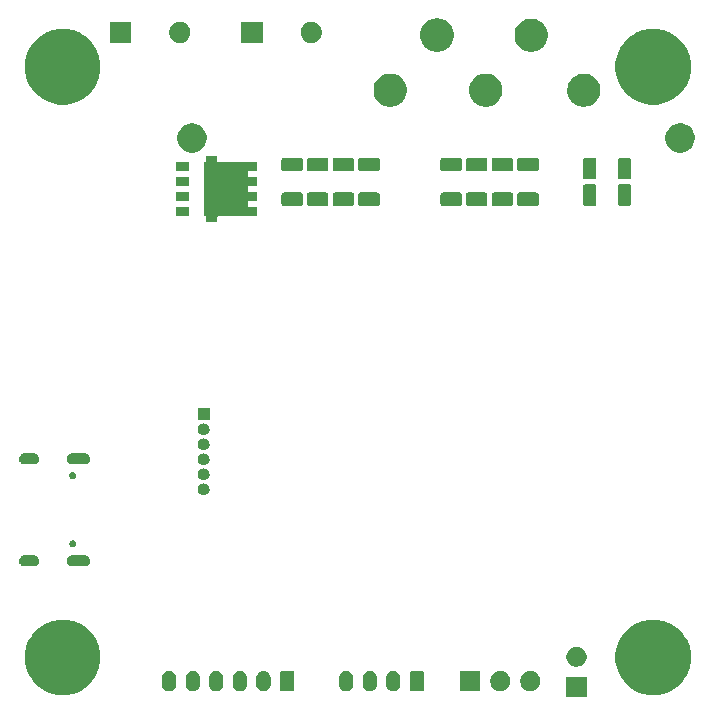
<source format=gbr>
%TF.GenerationSoftware,KiCad,Pcbnew,(5.1.6)-1*%
%TF.CreationDate,2022-04-30T17:47:53+08:00*%
%TF.ProjectId,simple_bldc,73696d70-6c65-45f6-926c-64632e6b6963,1*%
%TF.SameCoordinates,PX6979f40PYa1135a0*%
%TF.FileFunction,Soldermask,Bot*%
%TF.FilePolarity,Negative*%
%FSLAX46Y46*%
G04 Gerber Fmt 4.6, Leading zero omitted, Abs format (unit mm)*
G04 Created by KiCad (PCBNEW (5.1.6)-1) date 2022-04-30 17:47:53*
%MOMM*%
%LPD*%
G01*
G04 APERTURE LIST*
%ADD10C,0.350000*%
G04 APERTURE END LIST*
D10*
G36*
X49350000Y1650000D02*
G01*
X47650000Y1650000D01*
X47650000Y3350000D01*
X49350000Y3350000D01*
X49350000Y1650000D01*
G37*
G36*
X55933404Y8077026D02*
G01*
X56515767Y7835804D01*
X56515768Y7835803D01*
X57039881Y7485602D01*
X57485602Y7039881D01*
X57636710Y6813732D01*
X57835804Y6515767D01*
X58077026Y5933404D01*
X58200000Y5315174D01*
X58200000Y4684826D01*
X58077026Y4066596D01*
X57835804Y3484233D01*
X57719599Y3310321D01*
X57485602Y2960119D01*
X57039881Y2514398D01*
X56758263Y2326227D01*
X56515767Y2164196D01*
X55933404Y1922974D01*
X55315174Y1800000D01*
X54684826Y1800000D01*
X54066596Y1922974D01*
X53484233Y2164196D01*
X53241737Y2326227D01*
X52960119Y2514398D01*
X52514398Y2960119D01*
X52280401Y3310321D01*
X52164196Y3484233D01*
X51922974Y4066596D01*
X51800000Y4684826D01*
X51800000Y5315174D01*
X51922974Y5933404D01*
X52164196Y6515767D01*
X52363290Y6813732D01*
X52514398Y7039881D01*
X52960119Y7485602D01*
X53484232Y7835803D01*
X53484233Y7835804D01*
X54066596Y8077026D01*
X54684826Y8200000D01*
X55315174Y8200000D01*
X55933404Y8077026D01*
G37*
G36*
X5933404Y8077026D02*
G01*
X6515767Y7835804D01*
X6515768Y7835803D01*
X7039881Y7485602D01*
X7485602Y7039881D01*
X7636710Y6813732D01*
X7835804Y6515767D01*
X8077026Y5933404D01*
X8200000Y5315174D01*
X8200000Y4684826D01*
X8077026Y4066596D01*
X7835804Y3484233D01*
X7719599Y3310321D01*
X7485602Y2960119D01*
X7039881Y2514398D01*
X6758263Y2326227D01*
X6515767Y2164196D01*
X5933404Y1922974D01*
X5315174Y1800000D01*
X4684826Y1800000D01*
X4066596Y1922974D01*
X3484233Y2164196D01*
X3241737Y2326227D01*
X2960119Y2514398D01*
X2514398Y2960119D01*
X2280401Y3310321D01*
X2164196Y3484233D01*
X1922974Y4066596D01*
X1800000Y4684826D01*
X1800000Y5315174D01*
X1922974Y5933404D01*
X2164196Y6515767D01*
X2363290Y6813732D01*
X2514398Y7039881D01*
X2960119Y7485602D01*
X3484232Y7835803D01*
X3484233Y7835804D01*
X4066596Y8077026D01*
X4684826Y8200000D01*
X5315174Y8200000D01*
X5933404Y8077026D01*
G37*
G36*
X29117621Y3866318D02*
G01*
X29230721Y3832010D01*
X29334955Y3776296D01*
X29426317Y3701317D01*
X29501296Y3609955D01*
X29557010Y3505721D01*
X29591318Y3392621D01*
X29600000Y3304474D01*
X29600000Y2695526D01*
X29591318Y2607379D01*
X29557010Y2494279D01*
X29501296Y2390045D01*
X29426317Y2298683D01*
X29334954Y2223704D01*
X29230720Y2167990D01*
X29117620Y2133682D01*
X29000000Y2122097D01*
X28882379Y2133682D01*
X28769279Y2167990D01*
X28665045Y2223704D01*
X28573683Y2298683D01*
X28498704Y2390046D01*
X28442990Y2494280D01*
X28408682Y2607380D01*
X28400000Y2695527D01*
X28400000Y3304474D01*
X28408682Y3392621D01*
X28442990Y3505721D01*
X28498705Y3609955D01*
X28573684Y3701317D01*
X28665046Y3776296D01*
X28769280Y3832010D01*
X28882380Y3866318D01*
X29000000Y3877903D01*
X29117621Y3866318D01*
G37*
G36*
X31117621Y3866318D02*
G01*
X31230721Y3832010D01*
X31334955Y3776296D01*
X31426317Y3701317D01*
X31501296Y3609955D01*
X31557010Y3505721D01*
X31591318Y3392621D01*
X31600000Y3304474D01*
X31600000Y2695526D01*
X31591318Y2607379D01*
X31557010Y2494279D01*
X31501296Y2390045D01*
X31426317Y2298683D01*
X31334954Y2223704D01*
X31230720Y2167990D01*
X31117620Y2133682D01*
X31000000Y2122097D01*
X30882379Y2133682D01*
X30769279Y2167990D01*
X30665045Y2223704D01*
X30573683Y2298683D01*
X30498704Y2390046D01*
X30442990Y2494280D01*
X30408682Y2607380D01*
X30400000Y2695527D01*
X30400000Y3304474D01*
X30408682Y3392621D01*
X30442990Y3505721D01*
X30498705Y3609955D01*
X30573684Y3701317D01*
X30665046Y3776296D01*
X30769280Y3832010D01*
X30882380Y3866318D01*
X31000000Y3877903D01*
X31117621Y3866318D01*
G37*
G36*
X33117621Y3866318D02*
G01*
X33230721Y3832010D01*
X33334955Y3776296D01*
X33426317Y3701317D01*
X33501296Y3609955D01*
X33557010Y3505721D01*
X33591318Y3392621D01*
X33600000Y3304474D01*
X33600000Y2695526D01*
X33591318Y2607379D01*
X33557010Y2494279D01*
X33501296Y2390045D01*
X33426317Y2298683D01*
X33334954Y2223704D01*
X33230720Y2167990D01*
X33117620Y2133682D01*
X33000000Y2122097D01*
X32882379Y2133682D01*
X32769279Y2167990D01*
X32665045Y2223704D01*
X32573683Y2298683D01*
X32498704Y2390046D01*
X32442990Y2494280D01*
X32408682Y2607380D01*
X32400000Y2695527D01*
X32400000Y3304474D01*
X32408682Y3392621D01*
X32442990Y3505721D01*
X32498705Y3609955D01*
X32573684Y3701317D01*
X32665046Y3776296D01*
X32769280Y3832010D01*
X32882380Y3866318D01*
X33000000Y3877903D01*
X33117621Y3866318D01*
G37*
G36*
X22117621Y3866318D02*
G01*
X22230721Y3832010D01*
X22334955Y3776296D01*
X22426317Y3701317D01*
X22501296Y3609955D01*
X22557010Y3505721D01*
X22591318Y3392621D01*
X22600000Y3304474D01*
X22600000Y2695526D01*
X22591318Y2607379D01*
X22557010Y2494279D01*
X22501296Y2390045D01*
X22426317Y2298683D01*
X22334954Y2223704D01*
X22230720Y2167990D01*
X22117620Y2133682D01*
X22000000Y2122097D01*
X21882379Y2133682D01*
X21769279Y2167990D01*
X21665045Y2223704D01*
X21573683Y2298683D01*
X21498704Y2390046D01*
X21442990Y2494280D01*
X21408682Y2607380D01*
X21400000Y2695527D01*
X21400000Y3304474D01*
X21408682Y3392621D01*
X21442990Y3505721D01*
X21498705Y3609955D01*
X21573684Y3701317D01*
X21665046Y3776296D01*
X21769280Y3832010D01*
X21882380Y3866318D01*
X22000000Y3877903D01*
X22117621Y3866318D01*
G37*
G36*
X14117621Y3866318D02*
G01*
X14230721Y3832010D01*
X14334955Y3776296D01*
X14426317Y3701317D01*
X14501296Y3609955D01*
X14557010Y3505721D01*
X14591318Y3392621D01*
X14600000Y3304474D01*
X14600000Y2695526D01*
X14591318Y2607379D01*
X14557010Y2494279D01*
X14501296Y2390045D01*
X14426317Y2298683D01*
X14334954Y2223704D01*
X14230720Y2167990D01*
X14117620Y2133682D01*
X14000000Y2122097D01*
X13882379Y2133682D01*
X13769279Y2167990D01*
X13665045Y2223704D01*
X13573683Y2298683D01*
X13498704Y2390046D01*
X13442990Y2494280D01*
X13408682Y2607380D01*
X13400000Y2695527D01*
X13400000Y3304474D01*
X13408682Y3392621D01*
X13442990Y3505721D01*
X13498705Y3609955D01*
X13573684Y3701317D01*
X13665046Y3776296D01*
X13769280Y3832010D01*
X13882380Y3866318D01*
X14000000Y3877903D01*
X14117621Y3866318D01*
G37*
G36*
X16117621Y3866318D02*
G01*
X16230721Y3832010D01*
X16334955Y3776296D01*
X16426317Y3701317D01*
X16501296Y3609955D01*
X16557010Y3505721D01*
X16591318Y3392621D01*
X16600000Y3304474D01*
X16600000Y2695526D01*
X16591318Y2607379D01*
X16557010Y2494279D01*
X16501296Y2390045D01*
X16426317Y2298683D01*
X16334954Y2223704D01*
X16230720Y2167990D01*
X16117620Y2133682D01*
X16000000Y2122097D01*
X15882379Y2133682D01*
X15769279Y2167990D01*
X15665045Y2223704D01*
X15573683Y2298683D01*
X15498704Y2390046D01*
X15442990Y2494280D01*
X15408682Y2607380D01*
X15400000Y2695527D01*
X15400000Y3304474D01*
X15408682Y3392621D01*
X15442990Y3505721D01*
X15498705Y3609955D01*
X15573684Y3701317D01*
X15665046Y3776296D01*
X15769280Y3832010D01*
X15882380Y3866318D01*
X16000000Y3877903D01*
X16117621Y3866318D01*
G37*
G36*
X18117621Y3866318D02*
G01*
X18230721Y3832010D01*
X18334955Y3776296D01*
X18426317Y3701317D01*
X18501296Y3609955D01*
X18557010Y3505721D01*
X18591318Y3392621D01*
X18600000Y3304474D01*
X18600000Y2695526D01*
X18591318Y2607379D01*
X18557010Y2494279D01*
X18501296Y2390045D01*
X18426317Y2298683D01*
X18334954Y2223704D01*
X18230720Y2167990D01*
X18117620Y2133682D01*
X18000000Y2122097D01*
X17882379Y2133682D01*
X17769279Y2167990D01*
X17665045Y2223704D01*
X17573683Y2298683D01*
X17498704Y2390046D01*
X17442990Y2494280D01*
X17408682Y2607380D01*
X17400000Y2695527D01*
X17400000Y3304474D01*
X17408682Y3392621D01*
X17442990Y3505721D01*
X17498705Y3609955D01*
X17573684Y3701317D01*
X17665046Y3776296D01*
X17769280Y3832010D01*
X17882380Y3866318D01*
X18000000Y3877903D01*
X18117621Y3866318D01*
G37*
G36*
X20117621Y3866318D02*
G01*
X20230721Y3832010D01*
X20334955Y3776296D01*
X20426317Y3701317D01*
X20501296Y3609955D01*
X20557010Y3505721D01*
X20591318Y3392621D01*
X20600000Y3304474D01*
X20600000Y2695526D01*
X20591318Y2607379D01*
X20557010Y2494279D01*
X20501296Y2390045D01*
X20426317Y2298683D01*
X20334954Y2223704D01*
X20230720Y2167990D01*
X20117620Y2133682D01*
X20000000Y2122097D01*
X19882379Y2133682D01*
X19769279Y2167990D01*
X19665045Y2223704D01*
X19573683Y2298683D01*
X19498704Y2390046D01*
X19442990Y2494280D01*
X19408682Y2607380D01*
X19400000Y2695527D01*
X19400000Y3304474D01*
X19408682Y3392621D01*
X19442990Y3505721D01*
X19498705Y3609955D01*
X19573684Y3701317D01*
X19665046Y3776296D01*
X19769280Y3832010D01*
X19882380Y3866318D01*
X20000000Y3877903D01*
X20117621Y3866318D01*
G37*
G36*
X24457346Y3871005D02*
G01*
X24490451Y3860962D01*
X24520964Y3844653D01*
X24547706Y3822706D01*
X24569653Y3795964D01*
X24585962Y3765451D01*
X24596005Y3732346D01*
X24600000Y3691780D01*
X24600000Y2308220D01*
X24596005Y2267654D01*
X24585962Y2234549D01*
X24569653Y2204036D01*
X24547706Y2177294D01*
X24520964Y2155347D01*
X24490451Y2139038D01*
X24457346Y2128995D01*
X24416780Y2125000D01*
X23583220Y2125000D01*
X23542654Y2128995D01*
X23509549Y2139038D01*
X23479036Y2155347D01*
X23452294Y2177294D01*
X23430347Y2204036D01*
X23414038Y2234549D01*
X23403995Y2267654D01*
X23400000Y2308220D01*
X23400000Y3691780D01*
X23403995Y3732346D01*
X23414038Y3765451D01*
X23430347Y3795964D01*
X23452294Y3822706D01*
X23479036Y3844653D01*
X23509549Y3860962D01*
X23542654Y3871005D01*
X23583220Y3875000D01*
X24416780Y3875000D01*
X24457346Y3871005D01*
G37*
G36*
X35457345Y3871005D02*
G01*
X35490451Y3860962D01*
X35520964Y3844653D01*
X35547706Y3822706D01*
X35569653Y3795964D01*
X35585962Y3765451D01*
X35596005Y3732345D01*
X35600000Y3691779D01*
X35600000Y2308221D01*
X35596005Y2267655D01*
X35585962Y2234549D01*
X35569653Y2204036D01*
X35547706Y2177294D01*
X35520964Y2155347D01*
X35490451Y2139038D01*
X35457345Y2128995D01*
X35416779Y2125000D01*
X34583221Y2125000D01*
X34542655Y2128995D01*
X34509549Y2139038D01*
X34479036Y2155347D01*
X34452294Y2177294D01*
X34430347Y2204036D01*
X34414038Y2234549D01*
X34403995Y2267655D01*
X34400000Y2308221D01*
X34400000Y3691779D01*
X34403995Y3732345D01*
X34414038Y3765451D01*
X34430347Y3795964D01*
X34452294Y3822706D01*
X34479036Y3844653D01*
X34509549Y3860962D01*
X34542655Y3871005D01*
X34583221Y3875000D01*
X35416779Y3875000D01*
X35457345Y3871005D01*
G37*
G36*
X42287935Y3817336D02*
G01*
X42416956Y3763893D01*
X42442626Y3753260D01*
X42581844Y3660238D01*
X42700238Y3541844D01*
X42781905Y3419620D01*
X42793261Y3402624D01*
X42857336Y3247935D01*
X42890000Y3083719D01*
X42890000Y2916281D01*
X42857336Y2752065D01*
X42797405Y2607380D01*
X42793260Y2597374D01*
X42700238Y2458156D01*
X42581844Y2339762D01*
X42442626Y2246740D01*
X42442625Y2246739D01*
X42442624Y2246739D01*
X42287935Y2182664D01*
X42123719Y2150000D01*
X41956281Y2150000D01*
X41792065Y2182664D01*
X41637376Y2246739D01*
X41637375Y2246739D01*
X41637374Y2246740D01*
X41498156Y2339762D01*
X41379762Y2458156D01*
X41286740Y2597374D01*
X41282595Y2607380D01*
X41222664Y2752065D01*
X41190000Y2916281D01*
X41190000Y3083719D01*
X41222664Y3247935D01*
X41286739Y3402624D01*
X41298095Y3419620D01*
X41379762Y3541844D01*
X41498156Y3660238D01*
X41637374Y3753260D01*
X41663044Y3763893D01*
X41792065Y3817336D01*
X41956281Y3850000D01*
X42123719Y3850000D01*
X42287935Y3817336D01*
G37*
G36*
X44827935Y3817336D02*
G01*
X44956956Y3763893D01*
X44982626Y3753260D01*
X45121844Y3660238D01*
X45240238Y3541844D01*
X45321905Y3419620D01*
X45333261Y3402624D01*
X45397336Y3247935D01*
X45430000Y3083719D01*
X45430000Y2916281D01*
X45397336Y2752065D01*
X45337405Y2607380D01*
X45333260Y2597374D01*
X45240238Y2458156D01*
X45121844Y2339762D01*
X44982626Y2246740D01*
X44982625Y2246739D01*
X44982624Y2246739D01*
X44827935Y2182664D01*
X44663719Y2150000D01*
X44496281Y2150000D01*
X44332065Y2182664D01*
X44177376Y2246739D01*
X44177375Y2246739D01*
X44177374Y2246740D01*
X44038156Y2339762D01*
X43919762Y2458156D01*
X43826740Y2597374D01*
X43822595Y2607380D01*
X43762664Y2752065D01*
X43730000Y2916281D01*
X43730000Y3083719D01*
X43762664Y3247935D01*
X43826739Y3402624D01*
X43838095Y3419620D01*
X43919762Y3541844D01*
X44038156Y3660238D01*
X44177374Y3753260D01*
X44203044Y3763893D01*
X44332065Y3817336D01*
X44496281Y3850000D01*
X44663719Y3850000D01*
X44827935Y3817336D01*
G37*
G36*
X40350000Y2150000D02*
G01*
X38650000Y2150000D01*
X38650000Y3850000D01*
X40350000Y3850000D01*
X40350000Y2150000D01*
G37*
G36*
X48747935Y5857336D02*
G01*
X48902624Y5793261D01*
X48902626Y5793260D01*
X49041844Y5700238D01*
X49160238Y5581844D01*
X49253260Y5442626D01*
X49253261Y5442624D01*
X49317336Y5287935D01*
X49350000Y5123719D01*
X49350000Y4956281D01*
X49317336Y4792065D01*
X49256636Y4645525D01*
X49253260Y4637374D01*
X49160238Y4498156D01*
X49041844Y4379762D01*
X48902626Y4286740D01*
X48902625Y4286739D01*
X48902624Y4286739D01*
X48747935Y4222664D01*
X48583719Y4190000D01*
X48416281Y4190000D01*
X48252065Y4222664D01*
X48097376Y4286739D01*
X48097375Y4286739D01*
X48097374Y4286740D01*
X47958156Y4379762D01*
X47839762Y4498156D01*
X47746740Y4637374D01*
X47743364Y4645525D01*
X47682664Y4792065D01*
X47650000Y4956281D01*
X47650000Y5123719D01*
X47682664Y5287935D01*
X47746739Y5442624D01*
X47746740Y5442626D01*
X47839762Y5581844D01*
X47958156Y5700238D01*
X48097374Y5793260D01*
X48097376Y5793261D01*
X48252065Y5857336D01*
X48416281Y5890000D01*
X48583719Y5890000D01*
X48747935Y5857336D01*
G37*
G36*
X2604142Y13627830D02*
G01*
X2648215Y13623489D01*
X2733041Y13597757D01*
X2733043Y13597756D01*
X2811215Y13555972D01*
X2879738Y13499738D01*
X2935971Y13431216D01*
X2977757Y13353041D01*
X3003489Y13268215D01*
X3012177Y13180000D01*
X3003489Y13091785D01*
X2977757Y13006959D01*
X2977756Y13006957D01*
X2935972Y12928785D01*
X2879738Y12860262D01*
X2811215Y12804028D01*
X2733043Y12762244D01*
X2733041Y12762243D01*
X2648215Y12736511D01*
X2604142Y12732170D01*
X2582106Y12730000D01*
X1737894Y12730000D01*
X1715858Y12732170D01*
X1671785Y12736511D01*
X1586959Y12762243D01*
X1586957Y12762244D01*
X1508785Y12804028D01*
X1440262Y12860262D01*
X1384028Y12928785D01*
X1342244Y13006957D01*
X1342243Y13006959D01*
X1316511Y13091785D01*
X1307823Y13180000D01*
X1316511Y13268215D01*
X1342243Y13353041D01*
X1384029Y13431216D01*
X1440262Y13499738D01*
X1508785Y13555972D01*
X1586957Y13597756D01*
X1586959Y13597757D01*
X1671785Y13623489D01*
X1715858Y13627830D01*
X1737894Y13630000D01*
X2582106Y13630000D01*
X2604142Y13627830D01*
G37*
G36*
X6924142Y13627830D02*
G01*
X6968215Y13623489D01*
X7053041Y13597757D01*
X7053043Y13597756D01*
X7131215Y13555972D01*
X7199738Y13499738D01*
X7255971Y13431216D01*
X7297757Y13353041D01*
X7323489Y13268215D01*
X7332177Y13180000D01*
X7323489Y13091785D01*
X7297757Y13006959D01*
X7297756Y13006957D01*
X7255972Y12928785D01*
X7199738Y12860262D01*
X7131215Y12804028D01*
X7053043Y12762244D01*
X7053041Y12762243D01*
X6968215Y12736511D01*
X6924142Y12732170D01*
X6902106Y12730000D01*
X5757894Y12730000D01*
X5735858Y12732170D01*
X5691785Y12736511D01*
X5606959Y12762243D01*
X5606957Y12762244D01*
X5528785Y12804028D01*
X5460262Y12860262D01*
X5404028Y12928785D01*
X5362244Y13006957D01*
X5362243Y13006959D01*
X5336511Y13091785D01*
X5327823Y13180000D01*
X5336511Y13268215D01*
X5362243Y13353041D01*
X5404029Y13431216D01*
X5460262Y13499738D01*
X5528785Y13555972D01*
X5606957Y13597756D01*
X5606959Y13597757D01*
X5691785Y13623489D01*
X5735858Y13627830D01*
X5757894Y13630000D01*
X6902106Y13630000D01*
X6924142Y13627830D01*
G37*
G36*
X5937507Y14898472D02*
G01*
X5992103Y14875857D01*
X6041239Y14843026D01*
X6083026Y14801239D01*
X6115857Y14752103D01*
X6138472Y14697507D01*
X6150000Y14639547D01*
X6150000Y14580453D01*
X6138472Y14522493D01*
X6115857Y14467897D01*
X6083026Y14418761D01*
X6041239Y14376974D01*
X5992103Y14344143D01*
X5937507Y14321528D01*
X5879547Y14310000D01*
X5820453Y14310000D01*
X5762493Y14321528D01*
X5707897Y14344143D01*
X5658761Y14376974D01*
X5616974Y14418761D01*
X5584143Y14467897D01*
X5561528Y14522493D01*
X5550000Y14580453D01*
X5550000Y14639547D01*
X5561528Y14697507D01*
X5584143Y14752103D01*
X5616974Y14801239D01*
X5658761Y14843026D01*
X5707897Y14875857D01*
X5762493Y14898472D01*
X5820453Y14910000D01*
X5879547Y14910000D01*
X5937507Y14898472D01*
G37*
G36*
X17087643Y19708586D02*
G01*
X17087646Y19708585D01*
X17087645Y19708585D01*
X17178639Y19670894D01*
X17219863Y19643349D01*
X17260530Y19616176D01*
X17330176Y19546530D01*
X17384895Y19464637D01*
X17422586Y19373643D01*
X17441800Y19277047D01*
X17441800Y19178553D01*
X17422586Y19081957D01*
X17422585Y19081955D01*
X17384894Y18990961D01*
X17330175Y18909069D01*
X17260531Y18839425D01*
X17178639Y18784706D01*
X17178638Y18784705D01*
X17178637Y18784705D01*
X17087643Y18747014D01*
X16991047Y18727800D01*
X16892553Y18727800D01*
X16795957Y18747014D01*
X16704963Y18784705D01*
X16704962Y18784705D01*
X16704961Y18784706D01*
X16623069Y18839425D01*
X16553425Y18909069D01*
X16498706Y18990961D01*
X16461015Y19081955D01*
X16461014Y19081957D01*
X16441800Y19178553D01*
X16441800Y19277047D01*
X16461014Y19373643D01*
X16498705Y19464637D01*
X16553424Y19546530D01*
X16623070Y19616176D01*
X16663737Y19643349D01*
X16704961Y19670894D01*
X16795955Y19708585D01*
X16795954Y19708585D01*
X16795957Y19708586D01*
X16892553Y19727800D01*
X16991047Y19727800D01*
X17087643Y19708586D01*
G37*
G36*
X17087643Y20978586D02*
G01*
X17087646Y20978585D01*
X17087645Y20978585D01*
X17178639Y20940894D01*
X17219863Y20913349D01*
X17260530Y20886176D01*
X17330176Y20816530D01*
X17384895Y20734637D01*
X17422586Y20643643D01*
X17441800Y20547047D01*
X17441800Y20448553D01*
X17422586Y20351957D01*
X17384895Y20260963D01*
X17330176Y20179070D01*
X17260530Y20109424D01*
X17231460Y20090000D01*
X17178639Y20054706D01*
X17178638Y20054705D01*
X17178637Y20054705D01*
X17087643Y20017014D01*
X16991047Y19997800D01*
X16892553Y19997800D01*
X16795957Y20017014D01*
X16704963Y20054705D01*
X16704962Y20054705D01*
X16704961Y20054706D01*
X16652140Y20090000D01*
X16623070Y20109424D01*
X16553424Y20179070D01*
X16498705Y20260963D01*
X16461014Y20351957D01*
X16441800Y20448553D01*
X16441800Y20547047D01*
X16461014Y20643643D01*
X16498705Y20734637D01*
X16553424Y20816530D01*
X16623070Y20886176D01*
X16663737Y20913349D01*
X16704961Y20940894D01*
X16795955Y20978585D01*
X16795954Y20978585D01*
X16795957Y20978586D01*
X16892553Y20997800D01*
X16991047Y20997800D01*
X17087643Y20978586D01*
G37*
G36*
X5937507Y20678472D02*
G01*
X5992103Y20655857D01*
X6041239Y20623026D01*
X6083026Y20581239D01*
X6115857Y20532103D01*
X6138472Y20477507D01*
X6150000Y20419547D01*
X6150000Y20360453D01*
X6138472Y20302493D01*
X6115857Y20247897D01*
X6083026Y20198761D01*
X6041239Y20156974D01*
X5992103Y20124143D01*
X5937507Y20101528D01*
X5879547Y20090000D01*
X5820453Y20090000D01*
X5762493Y20101528D01*
X5707897Y20124143D01*
X5658761Y20156974D01*
X5616974Y20198761D01*
X5584143Y20247897D01*
X5561528Y20302493D01*
X5550000Y20360453D01*
X5550000Y20419547D01*
X5561528Y20477507D01*
X5584143Y20532103D01*
X5616974Y20581239D01*
X5658761Y20623026D01*
X5707897Y20655857D01*
X5762493Y20678472D01*
X5820453Y20690000D01*
X5879547Y20690000D01*
X5937507Y20678472D01*
G37*
G36*
X17087643Y22248586D02*
G01*
X17178637Y22210895D01*
X17178639Y22210894D01*
X17219863Y22183349D01*
X17260530Y22156176D01*
X17330176Y22086530D01*
X17384895Y22004637D01*
X17422586Y21913643D01*
X17441800Y21817047D01*
X17441800Y21718553D01*
X17422586Y21621957D01*
X17422585Y21621955D01*
X17384894Y21530961D01*
X17330175Y21449069D01*
X17260531Y21379425D01*
X17178639Y21324706D01*
X17178638Y21324705D01*
X17178637Y21324705D01*
X17087643Y21287014D01*
X16991047Y21267800D01*
X16892553Y21267800D01*
X16795957Y21287014D01*
X16704963Y21324705D01*
X16704962Y21324705D01*
X16704961Y21324706D01*
X16623069Y21379425D01*
X16553425Y21449069D01*
X16498706Y21530961D01*
X16461015Y21621955D01*
X16461014Y21621957D01*
X16441800Y21718553D01*
X16441800Y21817047D01*
X16461014Y21913643D01*
X16498705Y22004637D01*
X16553424Y22086530D01*
X16623070Y22156176D01*
X16663737Y22183349D01*
X16704961Y22210894D01*
X16704963Y22210895D01*
X16795957Y22248586D01*
X16892553Y22267800D01*
X16991047Y22267800D01*
X17087643Y22248586D01*
G37*
G36*
X6924142Y22267830D02*
G01*
X6968215Y22263489D01*
X7053041Y22237757D01*
X7053043Y22237756D01*
X7131215Y22195972D01*
X7199738Y22139738D01*
X7255971Y22071216D01*
X7297757Y21993041D01*
X7323489Y21908215D01*
X7332177Y21820000D01*
X7323489Y21731785D01*
X7297757Y21646959D01*
X7297756Y21646957D01*
X7255972Y21568785D01*
X7199738Y21500262D01*
X7131215Y21444028D01*
X7053043Y21402244D01*
X7053041Y21402243D01*
X6968215Y21376511D01*
X6924142Y21372170D01*
X6902106Y21370000D01*
X5757894Y21370000D01*
X5735858Y21372170D01*
X5691785Y21376511D01*
X5606959Y21402243D01*
X5606957Y21402244D01*
X5528785Y21444028D01*
X5460262Y21500262D01*
X5404028Y21568785D01*
X5362244Y21646957D01*
X5362243Y21646959D01*
X5336511Y21731785D01*
X5327823Y21820000D01*
X5336511Y21908215D01*
X5362243Y21993041D01*
X5404029Y22071216D01*
X5460262Y22139738D01*
X5528785Y22195972D01*
X5606957Y22237756D01*
X5606959Y22237757D01*
X5691785Y22263489D01*
X5735858Y22267830D01*
X5757894Y22270000D01*
X6902106Y22270000D01*
X6924142Y22267830D01*
G37*
G36*
X2604142Y22267830D02*
G01*
X2648215Y22263489D01*
X2733041Y22237757D01*
X2733043Y22237756D01*
X2811215Y22195972D01*
X2879738Y22139738D01*
X2935971Y22071216D01*
X2977757Y21993041D01*
X3003489Y21908215D01*
X3012177Y21820000D01*
X3003489Y21731785D01*
X2977757Y21646959D01*
X2977756Y21646957D01*
X2935972Y21568785D01*
X2879738Y21500262D01*
X2811215Y21444028D01*
X2733043Y21402244D01*
X2733041Y21402243D01*
X2648215Y21376511D01*
X2604142Y21372170D01*
X2582106Y21370000D01*
X1737894Y21370000D01*
X1715858Y21372170D01*
X1671785Y21376511D01*
X1586959Y21402243D01*
X1586957Y21402244D01*
X1508785Y21444028D01*
X1440262Y21500262D01*
X1384028Y21568785D01*
X1342244Y21646957D01*
X1342243Y21646959D01*
X1316511Y21731785D01*
X1307823Y21820000D01*
X1316511Y21908215D01*
X1342243Y21993041D01*
X1384029Y22071216D01*
X1440262Y22139738D01*
X1508785Y22195972D01*
X1586957Y22237756D01*
X1586959Y22237757D01*
X1671785Y22263489D01*
X1715858Y22267830D01*
X1737894Y22270000D01*
X2582106Y22270000D01*
X2604142Y22267830D01*
G37*
G36*
X17087643Y23518586D02*
G01*
X17087646Y23518585D01*
X17087645Y23518585D01*
X17178639Y23480894D01*
X17219863Y23453349D01*
X17260530Y23426176D01*
X17330176Y23356530D01*
X17384895Y23274637D01*
X17422586Y23183643D01*
X17441800Y23087047D01*
X17441800Y22988553D01*
X17422586Y22891957D01*
X17422585Y22891955D01*
X17384894Y22800961D01*
X17330175Y22719069D01*
X17260531Y22649425D01*
X17178639Y22594706D01*
X17178638Y22594705D01*
X17178637Y22594705D01*
X17087643Y22557014D01*
X16991047Y22537800D01*
X16892553Y22537800D01*
X16795957Y22557014D01*
X16704963Y22594705D01*
X16704962Y22594705D01*
X16704961Y22594706D01*
X16623069Y22649425D01*
X16553425Y22719069D01*
X16498706Y22800961D01*
X16461015Y22891955D01*
X16461014Y22891957D01*
X16441800Y22988553D01*
X16441800Y23087047D01*
X16461014Y23183643D01*
X16498705Y23274637D01*
X16553424Y23356530D01*
X16623070Y23426176D01*
X16663737Y23453349D01*
X16704961Y23480894D01*
X16795955Y23518585D01*
X16795954Y23518585D01*
X16795957Y23518586D01*
X16892553Y23537800D01*
X16991047Y23537800D01*
X17087643Y23518586D01*
G37*
G36*
X17087643Y24788586D02*
G01*
X17087646Y24788585D01*
X17087645Y24788585D01*
X17178639Y24750894D01*
X17219863Y24723349D01*
X17260530Y24696176D01*
X17330176Y24626530D01*
X17384895Y24544637D01*
X17422586Y24453643D01*
X17441800Y24357047D01*
X17441800Y24258553D01*
X17422586Y24161957D01*
X17422585Y24161955D01*
X17384894Y24070961D01*
X17330175Y23989069D01*
X17260531Y23919425D01*
X17178639Y23864706D01*
X17178638Y23864705D01*
X17178637Y23864705D01*
X17087643Y23827014D01*
X16991047Y23807800D01*
X16892553Y23807800D01*
X16795957Y23827014D01*
X16704963Y23864705D01*
X16704962Y23864705D01*
X16704961Y23864706D01*
X16623069Y23919425D01*
X16553425Y23989069D01*
X16498706Y24070961D01*
X16461015Y24161955D01*
X16461014Y24161957D01*
X16441800Y24258553D01*
X16441800Y24357047D01*
X16461014Y24453643D01*
X16498705Y24544637D01*
X16553424Y24626530D01*
X16623070Y24696176D01*
X16663737Y24723349D01*
X16704961Y24750894D01*
X16795955Y24788585D01*
X16795954Y24788585D01*
X16795957Y24788586D01*
X16892553Y24807800D01*
X16991047Y24807800D01*
X17087643Y24788586D01*
G37*
G36*
X17441800Y25077800D02*
G01*
X16441800Y25077800D01*
X16441800Y26077800D01*
X17441800Y26077800D01*
X17441800Y25077800D01*
G37*
G36*
X18073800Y47032799D02*
G01*
X18076202Y47008413D01*
X18083315Y46984964D01*
X18094866Y46963353D01*
X18110411Y46944411D01*
X18129353Y46928866D01*
X18150964Y46917315D01*
X18174413Y46910202D01*
X18198799Y46907800D01*
X21471300Y46907800D01*
X21471300Y46157800D01*
X20796299Y46157800D01*
X20771913Y46155398D01*
X20748464Y46148285D01*
X20726853Y46136734D01*
X20707911Y46121189D01*
X20692366Y46102247D01*
X20680815Y46080636D01*
X20673702Y46057187D01*
X20671300Y46032801D01*
X20671300Y45762799D01*
X20673702Y45738413D01*
X20680815Y45714964D01*
X20692366Y45693353D01*
X20707911Y45674411D01*
X20726853Y45658866D01*
X20748464Y45647315D01*
X20771913Y45640202D01*
X20796299Y45637800D01*
X21471300Y45637800D01*
X21471300Y44887800D01*
X20796299Y44887800D01*
X20771913Y44885398D01*
X20748464Y44878285D01*
X20726853Y44866734D01*
X20707911Y44851189D01*
X20692366Y44832247D01*
X20680815Y44810636D01*
X20673702Y44787187D01*
X20671300Y44762801D01*
X20671300Y44492799D01*
X20673702Y44468413D01*
X20680815Y44444964D01*
X20692366Y44423353D01*
X20707911Y44404411D01*
X20726853Y44388866D01*
X20748464Y44377315D01*
X20771913Y44370202D01*
X20796299Y44367800D01*
X21471300Y44367800D01*
X21471300Y43617800D01*
X20796299Y43617800D01*
X20771913Y43615398D01*
X20748464Y43608285D01*
X20726853Y43596734D01*
X20707911Y43581189D01*
X20692366Y43562247D01*
X20680815Y43540636D01*
X20673702Y43517187D01*
X20671300Y43492801D01*
X20671300Y43222799D01*
X20673702Y43198413D01*
X20680815Y43174964D01*
X20692366Y43153353D01*
X20707911Y43134411D01*
X20726853Y43118866D01*
X20748464Y43107315D01*
X20771913Y43100202D01*
X20796299Y43097800D01*
X21471300Y43097800D01*
X21471300Y42347800D01*
X18198799Y42347800D01*
X18174413Y42345398D01*
X18150964Y42338285D01*
X18129353Y42326734D01*
X18110411Y42311189D01*
X18094866Y42292247D01*
X18083315Y42270636D01*
X18076202Y42247187D01*
X18073800Y42222801D01*
X18073800Y41847800D01*
X17168800Y41847800D01*
X17168800Y42222801D01*
X17166398Y42247187D01*
X17159285Y42270636D01*
X17147734Y42292247D01*
X17132189Y42311189D01*
X17113247Y42326734D01*
X17091636Y42338285D01*
X17068187Y42345398D01*
X17043801Y42347800D01*
X16971300Y42347800D01*
X16971300Y46907800D01*
X17043801Y46907800D01*
X17068187Y46910202D01*
X17091636Y46917315D01*
X17113247Y46928866D01*
X17132189Y46944411D01*
X17147734Y46963353D01*
X17159285Y46984964D01*
X17166398Y47008413D01*
X17168800Y47032799D01*
X17168800Y47407800D01*
X18073800Y47407800D01*
X18073800Y47032799D01*
G37*
G36*
X15671300Y42347800D02*
G01*
X14571300Y42347800D01*
X14571300Y43097800D01*
X15671300Y43097800D01*
X15671300Y42347800D01*
G37*
G36*
X45146320Y44348761D02*
G01*
X45179855Y44338588D01*
X45210754Y44322072D01*
X45237841Y44299843D01*
X45260070Y44272756D01*
X45276586Y44241857D01*
X45286759Y44208322D01*
X45290798Y44167313D01*
X45290798Y43388287D01*
X45286759Y43347278D01*
X45276586Y43313743D01*
X45260070Y43282844D01*
X45237841Y43255757D01*
X45210754Y43233528D01*
X45179855Y43217012D01*
X45146320Y43206839D01*
X45105311Y43202800D01*
X43676285Y43202800D01*
X43635276Y43206839D01*
X43601741Y43217012D01*
X43570842Y43233528D01*
X43543755Y43255757D01*
X43521526Y43282844D01*
X43505010Y43313743D01*
X43494837Y43347278D01*
X43490798Y43388287D01*
X43490798Y44167313D01*
X43494837Y44208322D01*
X43505010Y44241857D01*
X43521526Y44272756D01*
X43543755Y44299843D01*
X43570842Y44322072D01*
X43601741Y44338588D01*
X43635276Y44348761D01*
X43676285Y44352800D01*
X45105311Y44352800D01*
X45146320Y44348761D01*
G37*
G36*
X40811388Y44348761D02*
G01*
X40844923Y44338588D01*
X40875822Y44322072D01*
X40902909Y44299843D01*
X40925138Y44272756D01*
X40941654Y44241857D01*
X40951827Y44208322D01*
X40955866Y44167313D01*
X40955866Y43388287D01*
X40951827Y43347278D01*
X40941654Y43313743D01*
X40925138Y43282844D01*
X40902909Y43255757D01*
X40875822Y43233528D01*
X40844923Y43217012D01*
X40811388Y43206839D01*
X40770379Y43202800D01*
X39341353Y43202800D01*
X39300344Y43206839D01*
X39266809Y43217012D01*
X39235910Y43233528D01*
X39208823Y43255757D01*
X39186594Y43282844D01*
X39170078Y43313743D01*
X39159905Y43347278D01*
X39155866Y43388287D01*
X39155866Y44167313D01*
X39159905Y44208322D01*
X39170078Y44241857D01*
X39186594Y44272756D01*
X39208823Y44299843D01*
X39235910Y44322072D01*
X39266809Y44338588D01*
X39300344Y44348761D01*
X39341353Y44352800D01*
X40770379Y44352800D01*
X40811388Y44348761D01*
G37*
G36*
X25181922Y44348761D02*
G01*
X25215457Y44338588D01*
X25246356Y44322072D01*
X25273443Y44299843D01*
X25295672Y44272756D01*
X25312188Y44241857D01*
X25322361Y44208322D01*
X25326400Y44167313D01*
X25326400Y43388287D01*
X25322361Y43347278D01*
X25312188Y43313743D01*
X25295672Y43282844D01*
X25273443Y43255757D01*
X25246356Y43233528D01*
X25215457Y43217012D01*
X25181922Y43206839D01*
X25140913Y43202800D01*
X23711887Y43202800D01*
X23670878Y43206839D01*
X23637343Y43217012D01*
X23606444Y43233528D01*
X23579357Y43255757D01*
X23557128Y43282844D01*
X23540612Y43313743D01*
X23530439Y43347278D01*
X23526400Y43388287D01*
X23526400Y44167313D01*
X23530439Y44208322D01*
X23540612Y44241857D01*
X23557128Y44272756D01*
X23579357Y44299843D01*
X23606444Y44322072D01*
X23637343Y44338588D01*
X23670878Y44348761D01*
X23711887Y44352800D01*
X25140913Y44352800D01*
X25181922Y44348761D01*
G37*
G36*
X38643922Y44348761D02*
G01*
X38677457Y44338588D01*
X38708356Y44322072D01*
X38735443Y44299843D01*
X38757672Y44272756D01*
X38774188Y44241857D01*
X38784361Y44208322D01*
X38788400Y44167313D01*
X38788400Y43388287D01*
X38784361Y43347278D01*
X38774188Y43313743D01*
X38757672Y43282844D01*
X38735443Y43255757D01*
X38708356Y43233528D01*
X38677457Y43217012D01*
X38643922Y43206839D01*
X38602913Y43202800D01*
X37173887Y43202800D01*
X37132878Y43206839D01*
X37099343Y43217012D01*
X37068444Y43233528D01*
X37041357Y43255757D01*
X37019128Y43282844D01*
X37002612Y43313743D01*
X36992439Y43347278D01*
X36988400Y43388287D01*
X36988400Y44167313D01*
X36992439Y44208322D01*
X37002612Y44241857D01*
X37019128Y44272756D01*
X37041357Y44299843D01*
X37068444Y44322072D01*
X37099343Y44338588D01*
X37132878Y44348761D01*
X37173887Y44352800D01*
X38602913Y44352800D01*
X38643922Y44348761D01*
G37*
G36*
X42978854Y44348761D02*
G01*
X43012389Y44338588D01*
X43043288Y44322072D01*
X43070375Y44299843D01*
X43092604Y44272756D01*
X43109120Y44241857D01*
X43119293Y44208322D01*
X43123332Y44167313D01*
X43123332Y43388287D01*
X43119293Y43347278D01*
X43109120Y43313743D01*
X43092604Y43282844D01*
X43070375Y43255757D01*
X43043288Y43233528D01*
X43012389Y43217012D01*
X42978854Y43206839D01*
X42937845Y43202800D01*
X41508819Y43202800D01*
X41467810Y43206839D01*
X41434275Y43217012D01*
X41403376Y43233528D01*
X41376289Y43255757D01*
X41354060Y43282844D01*
X41337544Y43313743D01*
X41327371Y43347278D01*
X41323332Y43388287D01*
X41323332Y44167313D01*
X41327371Y44208322D01*
X41337544Y44241857D01*
X41354060Y44272756D01*
X41376289Y44299843D01*
X41403376Y44322072D01*
X41434275Y44338588D01*
X41467810Y44348761D01*
X41508819Y44352800D01*
X42937845Y44352800D01*
X42978854Y44348761D01*
G37*
G36*
X27349388Y44348761D02*
G01*
X27382923Y44338588D01*
X27413822Y44322072D01*
X27440909Y44299843D01*
X27463138Y44272756D01*
X27479654Y44241857D01*
X27489827Y44208322D01*
X27493866Y44167313D01*
X27493866Y43388287D01*
X27489827Y43347278D01*
X27479654Y43313743D01*
X27463138Y43282844D01*
X27440909Y43255757D01*
X27413822Y43233528D01*
X27382923Y43217012D01*
X27349388Y43206839D01*
X27308379Y43202800D01*
X25879353Y43202800D01*
X25838344Y43206839D01*
X25804809Y43217012D01*
X25773910Y43233528D01*
X25746823Y43255757D01*
X25724594Y43282844D01*
X25708078Y43313743D01*
X25697905Y43347278D01*
X25693866Y43388287D01*
X25693866Y44167313D01*
X25697905Y44208322D01*
X25708078Y44241857D01*
X25724594Y44272756D01*
X25746823Y44299843D01*
X25773910Y44322072D01*
X25804809Y44338588D01*
X25838344Y44348761D01*
X25879353Y44352800D01*
X27308379Y44352800D01*
X27349388Y44348761D01*
G37*
G36*
X31684320Y44348761D02*
G01*
X31717855Y44338588D01*
X31748754Y44322072D01*
X31775841Y44299843D01*
X31798070Y44272756D01*
X31814586Y44241857D01*
X31824759Y44208322D01*
X31828798Y44167313D01*
X31828798Y43388287D01*
X31824759Y43347278D01*
X31814586Y43313743D01*
X31798070Y43282844D01*
X31775841Y43255757D01*
X31748754Y43233528D01*
X31717855Y43217012D01*
X31684320Y43206839D01*
X31643311Y43202800D01*
X30214285Y43202800D01*
X30173276Y43206839D01*
X30139741Y43217012D01*
X30108842Y43233528D01*
X30081755Y43255757D01*
X30059526Y43282844D01*
X30043010Y43313743D01*
X30032837Y43347278D01*
X30028798Y43388287D01*
X30028798Y44167313D01*
X30032837Y44208322D01*
X30043010Y44241857D01*
X30059526Y44272756D01*
X30081755Y44299843D01*
X30108842Y44322072D01*
X30139741Y44338588D01*
X30173276Y44348761D01*
X30214285Y44352800D01*
X31643311Y44352800D01*
X31684320Y44348761D01*
G37*
G36*
X29516854Y44348761D02*
G01*
X29550389Y44338588D01*
X29581288Y44322072D01*
X29608375Y44299843D01*
X29630604Y44272756D01*
X29647120Y44241857D01*
X29657293Y44208322D01*
X29661332Y44167313D01*
X29661332Y43388287D01*
X29657293Y43347278D01*
X29647120Y43313743D01*
X29630604Y43282844D01*
X29608375Y43255757D01*
X29581288Y43233528D01*
X29550389Y43217012D01*
X29516854Y43206839D01*
X29475845Y43202800D01*
X28046819Y43202800D01*
X28005810Y43206839D01*
X27972275Y43217012D01*
X27941376Y43233528D01*
X27914289Y43255757D01*
X27892060Y43282844D01*
X27875544Y43313743D01*
X27865371Y43347278D01*
X27861332Y43388287D01*
X27861332Y44167313D01*
X27865371Y44208322D01*
X27875544Y44241857D01*
X27892060Y44272756D01*
X27914289Y44299843D01*
X27941376Y44322072D01*
X27972275Y44338588D01*
X28005810Y44348761D01*
X28046819Y44352800D01*
X29475845Y44352800D01*
X29516854Y44348761D01*
G37*
G36*
X50051922Y45031161D02*
G01*
X50085457Y45020988D01*
X50116356Y45004472D01*
X50143443Y44982243D01*
X50165672Y44955156D01*
X50182188Y44924257D01*
X50192361Y44890722D01*
X50196400Y44849713D01*
X50196400Y43420687D01*
X50192361Y43379678D01*
X50182188Y43346143D01*
X50165672Y43315244D01*
X50143443Y43288157D01*
X50116356Y43265928D01*
X50085457Y43249412D01*
X50051922Y43239239D01*
X50010913Y43235200D01*
X49231887Y43235200D01*
X49190878Y43239239D01*
X49157343Y43249412D01*
X49126444Y43265928D01*
X49099357Y43288157D01*
X49077128Y43315244D01*
X49060612Y43346143D01*
X49050439Y43379678D01*
X49046400Y43420687D01*
X49046400Y44849713D01*
X49050439Y44890722D01*
X49060612Y44924257D01*
X49077128Y44955156D01*
X49099357Y44982243D01*
X49126444Y45004472D01*
X49157343Y45020988D01*
X49190878Y45031161D01*
X49231887Y45035200D01*
X50010913Y45035200D01*
X50051922Y45031161D01*
G37*
G36*
X53001922Y45031161D02*
G01*
X53035457Y45020988D01*
X53066356Y45004472D01*
X53093443Y44982243D01*
X53115672Y44955156D01*
X53132188Y44924257D01*
X53142361Y44890722D01*
X53146400Y44849713D01*
X53146400Y43420687D01*
X53142361Y43379678D01*
X53132188Y43346143D01*
X53115672Y43315244D01*
X53093443Y43288157D01*
X53066356Y43265928D01*
X53035457Y43249412D01*
X53001922Y43239239D01*
X52960913Y43235200D01*
X52181887Y43235200D01*
X52140878Y43239239D01*
X52107343Y43249412D01*
X52076444Y43265928D01*
X52049357Y43288157D01*
X52027128Y43315244D01*
X52010612Y43346143D01*
X52000439Y43379678D01*
X51996400Y43420687D01*
X51996400Y44849713D01*
X52000439Y44890722D01*
X52010612Y44924257D01*
X52027128Y44955156D01*
X52049357Y44982243D01*
X52076444Y45004472D01*
X52107343Y45020988D01*
X52140878Y45031161D01*
X52181887Y45035200D01*
X52960913Y45035200D01*
X53001922Y45031161D01*
G37*
G36*
X15671300Y43617800D02*
G01*
X14571300Y43617800D01*
X14571300Y44367800D01*
X15671300Y44367800D01*
X15671300Y43617800D01*
G37*
G36*
X15671300Y44887800D02*
G01*
X14571300Y44887800D01*
X14571300Y45637800D01*
X15671300Y45637800D01*
X15671300Y44887800D01*
G37*
G36*
X53001922Y47266361D02*
G01*
X53035457Y47256188D01*
X53066356Y47239672D01*
X53093443Y47217443D01*
X53115672Y47190356D01*
X53132188Y47159457D01*
X53142361Y47125922D01*
X53146400Y47084913D01*
X53146400Y45655887D01*
X53142361Y45614878D01*
X53132188Y45581343D01*
X53115672Y45550444D01*
X53093443Y45523357D01*
X53066356Y45501128D01*
X53035457Y45484612D01*
X53001922Y45474439D01*
X52960913Y45470400D01*
X52181887Y45470400D01*
X52140878Y45474439D01*
X52107343Y45484612D01*
X52076444Y45501128D01*
X52049357Y45523357D01*
X52027128Y45550444D01*
X52010612Y45581343D01*
X52000439Y45614878D01*
X51996400Y45655887D01*
X51996400Y47084913D01*
X52000439Y47125922D01*
X52010612Y47159457D01*
X52027128Y47190356D01*
X52049357Y47217443D01*
X52076444Y47239672D01*
X52107343Y47256188D01*
X52140878Y47266361D01*
X52181887Y47270400D01*
X52960913Y47270400D01*
X53001922Y47266361D01*
G37*
G36*
X50051922Y47266361D02*
G01*
X50085457Y47256188D01*
X50116356Y47239672D01*
X50143443Y47217443D01*
X50165672Y47190356D01*
X50182188Y47159457D01*
X50192361Y47125922D01*
X50196400Y47084913D01*
X50196400Y45655887D01*
X50192361Y45614878D01*
X50182188Y45581343D01*
X50165672Y45550444D01*
X50143443Y45523357D01*
X50116356Y45501128D01*
X50085457Y45484612D01*
X50051922Y45474439D01*
X50010913Y45470400D01*
X49231887Y45470400D01*
X49190878Y45474439D01*
X49157343Y45484612D01*
X49126444Y45501128D01*
X49099357Y45523357D01*
X49077128Y45550444D01*
X49060612Y45581343D01*
X49050439Y45614878D01*
X49046400Y45655887D01*
X49046400Y47084913D01*
X49050439Y47125922D01*
X49060612Y47159457D01*
X49077128Y47190356D01*
X49099357Y47217443D01*
X49126444Y47239672D01*
X49157343Y47256188D01*
X49190878Y47266361D01*
X49231887Y47270400D01*
X50010913Y47270400D01*
X50051922Y47266361D01*
G37*
G36*
X40811388Y47298761D02*
G01*
X40844923Y47288588D01*
X40875822Y47272072D01*
X40902909Y47249843D01*
X40925138Y47222756D01*
X40941654Y47191857D01*
X40951827Y47158322D01*
X40955866Y47117313D01*
X40955866Y46338287D01*
X40951827Y46297278D01*
X40941654Y46263743D01*
X40925138Y46232844D01*
X40902909Y46205757D01*
X40875822Y46183528D01*
X40844923Y46167012D01*
X40811388Y46156839D01*
X40770379Y46152800D01*
X39341353Y46152800D01*
X39300344Y46156839D01*
X39266809Y46167012D01*
X39235910Y46183528D01*
X39208823Y46205757D01*
X39186594Y46232844D01*
X39170078Y46263743D01*
X39159905Y46297278D01*
X39155866Y46338287D01*
X39155866Y47117313D01*
X39159905Y47158322D01*
X39170078Y47191857D01*
X39186594Y47222756D01*
X39208823Y47249843D01*
X39235910Y47272072D01*
X39266809Y47288588D01*
X39300344Y47298761D01*
X39341353Y47302800D01*
X40770379Y47302800D01*
X40811388Y47298761D01*
G37*
G36*
X45146320Y47298761D02*
G01*
X45179855Y47288588D01*
X45210754Y47272072D01*
X45237841Y47249843D01*
X45260070Y47222756D01*
X45276586Y47191857D01*
X45286759Y47158322D01*
X45290798Y47117313D01*
X45290798Y46338287D01*
X45286759Y46297278D01*
X45276586Y46263743D01*
X45260070Y46232844D01*
X45237841Y46205757D01*
X45210754Y46183528D01*
X45179855Y46167012D01*
X45146320Y46156839D01*
X45105311Y46152800D01*
X43676285Y46152800D01*
X43635276Y46156839D01*
X43601741Y46167012D01*
X43570842Y46183528D01*
X43543755Y46205757D01*
X43521526Y46232844D01*
X43505010Y46263743D01*
X43494837Y46297278D01*
X43490798Y46338287D01*
X43490798Y47117313D01*
X43494837Y47158322D01*
X43505010Y47191857D01*
X43521526Y47222756D01*
X43543755Y47249843D01*
X43570842Y47272072D01*
X43601741Y47288588D01*
X43635276Y47298761D01*
X43676285Y47302800D01*
X45105311Y47302800D01*
X45146320Y47298761D01*
G37*
G36*
X29516854Y47298761D02*
G01*
X29550389Y47288588D01*
X29581288Y47272072D01*
X29608375Y47249843D01*
X29630604Y47222756D01*
X29647120Y47191857D01*
X29657293Y47158322D01*
X29661332Y47117313D01*
X29661332Y46338287D01*
X29657293Y46297278D01*
X29647120Y46263743D01*
X29630604Y46232844D01*
X29608375Y46205757D01*
X29581288Y46183528D01*
X29550389Y46167012D01*
X29516854Y46156839D01*
X29475845Y46152800D01*
X28046819Y46152800D01*
X28005810Y46156839D01*
X27972275Y46167012D01*
X27941376Y46183528D01*
X27914289Y46205757D01*
X27892060Y46232844D01*
X27875544Y46263743D01*
X27865371Y46297278D01*
X27861332Y46338287D01*
X27861332Y47117313D01*
X27865371Y47158322D01*
X27875544Y47191857D01*
X27892060Y47222756D01*
X27914289Y47249843D01*
X27941376Y47272072D01*
X27972275Y47288588D01*
X28005810Y47298761D01*
X28046819Y47302800D01*
X29475845Y47302800D01*
X29516854Y47298761D01*
G37*
G36*
X42978854Y47298761D02*
G01*
X43012389Y47288588D01*
X43043288Y47272072D01*
X43070375Y47249843D01*
X43092604Y47222756D01*
X43109120Y47191857D01*
X43119293Y47158322D01*
X43123332Y47117313D01*
X43123332Y46338287D01*
X43119293Y46297278D01*
X43109120Y46263743D01*
X43092604Y46232844D01*
X43070375Y46205757D01*
X43043288Y46183528D01*
X43012389Y46167012D01*
X42978854Y46156839D01*
X42937845Y46152800D01*
X41508819Y46152800D01*
X41467810Y46156839D01*
X41434275Y46167012D01*
X41403376Y46183528D01*
X41376289Y46205757D01*
X41354060Y46232844D01*
X41337544Y46263743D01*
X41327371Y46297278D01*
X41323332Y46338287D01*
X41323332Y47117313D01*
X41327371Y47158322D01*
X41337544Y47191857D01*
X41354060Y47222756D01*
X41376289Y47249843D01*
X41403376Y47272072D01*
X41434275Y47288588D01*
X41467810Y47298761D01*
X41508819Y47302800D01*
X42937845Y47302800D01*
X42978854Y47298761D01*
G37*
G36*
X31684320Y47298761D02*
G01*
X31717855Y47288588D01*
X31748754Y47272072D01*
X31775841Y47249843D01*
X31798070Y47222756D01*
X31814586Y47191857D01*
X31824759Y47158322D01*
X31828798Y47117313D01*
X31828798Y46338287D01*
X31824759Y46297278D01*
X31814586Y46263743D01*
X31798070Y46232844D01*
X31775841Y46205757D01*
X31748754Y46183528D01*
X31717855Y46167012D01*
X31684320Y46156839D01*
X31643311Y46152800D01*
X30214285Y46152800D01*
X30173276Y46156839D01*
X30139741Y46167012D01*
X30108842Y46183528D01*
X30081755Y46205757D01*
X30059526Y46232844D01*
X30043010Y46263743D01*
X30032837Y46297278D01*
X30028798Y46338287D01*
X30028798Y47117313D01*
X30032837Y47158322D01*
X30043010Y47191857D01*
X30059526Y47222756D01*
X30081755Y47249843D01*
X30108842Y47272072D01*
X30139741Y47288588D01*
X30173276Y47298761D01*
X30214285Y47302800D01*
X31643311Y47302800D01*
X31684320Y47298761D01*
G37*
G36*
X27349388Y47298761D02*
G01*
X27382923Y47288588D01*
X27413822Y47272072D01*
X27440909Y47249843D01*
X27463138Y47222756D01*
X27479654Y47191857D01*
X27489827Y47158322D01*
X27493866Y47117313D01*
X27493866Y46338287D01*
X27489827Y46297278D01*
X27479654Y46263743D01*
X27463138Y46232844D01*
X27440909Y46205757D01*
X27413822Y46183528D01*
X27382923Y46167012D01*
X27349388Y46156839D01*
X27308379Y46152800D01*
X25879353Y46152800D01*
X25838344Y46156839D01*
X25804809Y46167012D01*
X25773910Y46183528D01*
X25746823Y46205757D01*
X25724594Y46232844D01*
X25708078Y46263743D01*
X25697905Y46297278D01*
X25693866Y46338287D01*
X25693866Y47117313D01*
X25697905Y47158322D01*
X25708078Y47191857D01*
X25724594Y47222756D01*
X25746823Y47249843D01*
X25773910Y47272072D01*
X25804809Y47288588D01*
X25838344Y47298761D01*
X25879353Y47302800D01*
X27308379Y47302800D01*
X27349388Y47298761D01*
G37*
G36*
X38643922Y47298761D02*
G01*
X38677457Y47288588D01*
X38708356Y47272072D01*
X38735443Y47249843D01*
X38757672Y47222756D01*
X38774188Y47191857D01*
X38784361Y47158322D01*
X38788400Y47117313D01*
X38788400Y46338287D01*
X38784361Y46297278D01*
X38774188Y46263743D01*
X38757672Y46232844D01*
X38735443Y46205757D01*
X38708356Y46183528D01*
X38677457Y46167012D01*
X38643922Y46156839D01*
X38602913Y46152800D01*
X37173887Y46152800D01*
X37132878Y46156839D01*
X37099343Y46167012D01*
X37068444Y46183528D01*
X37041357Y46205757D01*
X37019128Y46232844D01*
X37002612Y46263743D01*
X36992439Y46297278D01*
X36988400Y46338287D01*
X36988400Y47117313D01*
X36992439Y47158322D01*
X37002612Y47191857D01*
X37019128Y47222756D01*
X37041357Y47249843D01*
X37068444Y47272072D01*
X37099343Y47288588D01*
X37132878Y47298761D01*
X37173887Y47302800D01*
X38602913Y47302800D01*
X38643922Y47298761D01*
G37*
G36*
X25181922Y47298761D02*
G01*
X25215457Y47288588D01*
X25246356Y47272072D01*
X25273443Y47249843D01*
X25295672Y47222756D01*
X25312188Y47191857D01*
X25322361Y47158322D01*
X25326400Y47117313D01*
X25326400Y46338287D01*
X25322361Y46297278D01*
X25312188Y46263743D01*
X25295672Y46232844D01*
X25273443Y46205757D01*
X25246356Y46183528D01*
X25215457Y46167012D01*
X25181922Y46156839D01*
X25140913Y46152800D01*
X23711887Y46152800D01*
X23670878Y46156839D01*
X23637343Y46167012D01*
X23606444Y46183528D01*
X23579357Y46205757D01*
X23557128Y46232844D01*
X23540612Y46263743D01*
X23530439Y46297278D01*
X23526400Y46338287D01*
X23526400Y47117313D01*
X23530439Y47158322D01*
X23540612Y47191857D01*
X23557128Y47222756D01*
X23579357Y47249843D01*
X23606444Y47272072D01*
X23637343Y47288588D01*
X23670878Y47298761D01*
X23711887Y47302800D01*
X25140913Y47302800D01*
X25181922Y47298761D01*
G37*
G36*
X15671300Y46157800D02*
G01*
X14571300Y46157800D01*
X14571300Y46907800D01*
X15671300Y46907800D01*
X15671300Y46157800D01*
G37*
G36*
X57641610Y50173164D02*
G01*
X57869095Y50078936D01*
X57869097Y50078935D01*
X58073828Y49942138D01*
X58247938Y49768028D01*
X58384736Y49563295D01*
X58478964Y49335810D01*
X58527000Y49094316D01*
X58527000Y48848084D01*
X58478964Y48606590D01*
X58384736Y48379105D01*
X58384735Y48379103D01*
X58247938Y48174372D01*
X58073828Y48000262D01*
X57869097Y47863465D01*
X57869096Y47863464D01*
X57869095Y47863464D01*
X57641610Y47769236D01*
X57400116Y47721200D01*
X57153884Y47721200D01*
X56912390Y47769236D01*
X56684905Y47863464D01*
X56684904Y47863464D01*
X56684903Y47863465D01*
X56480172Y48000262D01*
X56306062Y48174372D01*
X56169265Y48379103D01*
X56169264Y48379105D01*
X56075036Y48606590D01*
X56027000Y48848084D01*
X56027000Y49094316D01*
X56075036Y49335810D01*
X56169264Y49563295D01*
X56306062Y49768028D01*
X56480172Y49942138D01*
X56684903Y50078935D01*
X56684905Y50078936D01*
X56912390Y50173164D01*
X57153884Y50221200D01*
X57400116Y50221200D01*
X57641610Y50173164D01*
G37*
G36*
X16315810Y50173164D02*
G01*
X16543295Y50078936D01*
X16543297Y50078935D01*
X16748028Y49942138D01*
X16922138Y49768028D01*
X17058936Y49563295D01*
X17153164Y49335810D01*
X17201200Y49094316D01*
X17201200Y48848084D01*
X17153164Y48606590D01*
X17058936Y48379105D01*
X17058935Y48379103D01*
X16922138Y48174372D01*
X16748028Y48000262D01*
X16543297Y47863465D01*
X16543296Y47863464D01*
X16543295Y47863464D01*
X16315810Y47769236D01*
X16074316Y47721200D01*
X15828084Y47721200D01*
X15586590Y47769236D01*
X15359105Y47863464D01*
X15359104Y47863464D01*
X15359103Y47863465D01*
X15154372Y48000262D01*
X14980262Y48174372D01*
X14843465Y48379103D01*
X14843464Y48379105D01*
X14749236Y48606590D01*
X14701200Y48848084D01*
X14701200Y49094316D01*
X14749236Y49335810D01*
X14843464Y49563295D01*
X14980262Y49768028D01*
X15154372Y49942138D01*
X15359103Y50078935D01*
X15359105Y50078936D01*
X15586590Y50173164D01*
X15828084Y50221200D01*
X16074316Y50221200D01*
X16315810Y50173164D01*
G37*
G36*
X49391926Y54380900D02*
G01*
X49527165Y54353999D01*
X49781949Y54248464D01*
X50011248Y54095251D01*
X50206251Y53900248D01*
X50359464Y53670949D01*
X50463568Y53419620D01*
X50464999Y53416164D01*
X50495357Y53263547D01*
X50518800Y53145688D01*
X50518800Y52869912D01*
X50464999Y52599435D01*
X50416904Y52483324D01*
X50366589Y52361851D01*
X50359464Y52344651D01*
X50206251Y52115352D01*
X50011248Y51920349D01*
X49781949Y51767136D01*
X49527165Y51661601D01*
X49391927Y51634701D01*
X49256689Y51607800D01*
X48980911Y51607800D01*
X48845673Y51634701D01*
X48710435Y51661601D01*
X48455651Y51767136D01*
X48226352Y51920349D01*
X48031349Y52115352D01*
X47878136Y52344651D01*
X47871012Y52361851D01*
X47820696Y52483324D01*
X47772601Y52599435D01*
X47718800Y52869912D01*
X47718800Y53145688D01*
X47742244Y53263547D01*
X47772601Y53416164D01*
X47774033Y53419620D01*
X47878136Y53670949D01*
X48031349Y53900248D01*
X48226352Y54095251D01*
X48455651Y54248464D01*
X48710435Y54353999D01*
X48845674Y54380900D01*
X48980911Y54407800D01*
X49256689Y54407800D01*
X49391926Y54380900D01*
G37*
G36*
X32949359Y54407800D02*
G01*
X33133365Y54371199D01*
X33388149Y54265664D01*
X33617448Y54112451D01*
X33812451Y53917448D01*
X33823945Y53900246D01*
X33965665Y53688147D01*
X33972789Y53670947D01*
X34050129Y53484233D01*
X34071199Y53433364D01*
X34120350Y53186268D01*
X34125000Y53162888D01*
X34125000Y52887112D01*
X34071199Y52616635D01*
X33965664Y52361851D01*
X33812451Y52132552D01*
X33617448Y51937549D01*
X33388149Y51784336D01*
X33133365Y51678801D01*
X33046894Y51661601D01*
X32862889Y51625000D01*
X32587111Y51625000D01*
X32403106Y51661601D01*
X32316635Y51678801D01*
X32061851Y51784336D01*
X31832552Y51937549D01*
X31637549Y52132552D01*
X31484336Y52361851D01*
X31378801Y52616635D01*
X31325000Y52887112D01*
X31325000Y53162888D01*
X31329651Y53186268D01*
X31378801Y53433364D01*
X31399872Y53484233D01*
X31477211Y53670947D01*
X31484335Y53688147D01*
X31626055Y53900246D01*
X31637549Y53917448D01*
X31832552Y54112451D01*
X32061851Y54265664D01*
X32316635Y54371199D01*
X32500641Y54407800D01*
X32587111Y54425000D01*
X32862889Y54425000D01*
X32949359Y54407800D01*
G37*
G36*
X41049359Y54407800D02*
G01*
X41233365Y54371199D01*
X41488149Y54265664D01*
X41717448Y54112451D01*
X41912451Y53917448D01*
X41923945Y53900246D01*
X42065665Y53688147D01*
X42072789Y53670947D01*
X42150129Y53484233D01*
X42171199Y53433364D01*
X42220350Y53186268D01*
X42225000Y53162888D01*
X42225000Y52887112D01*
X42171199Y52616635D01*
X42065664Y52361851D01*
X41912451Y52132552D01*
X41717448Y51937549D01*
X41488149Y51784336D01*
X41233365Y51678801D01*
X41146894Y51661601D01*
X40962889Y51625000D01*
X40687111Y51625000D01*
X40503106Y51661601D01*
X40416635Y51678801D01*
X40161851Y51784336D01*
X39932552Y51937549D01*
X39737549Y52132552D01*
X39584336Y52361851D01*
X39478801Y52616635D01*
X39425000Y52887112D01*
X39425000Y53162888D01*
X39429651Y53186268D01*
X39478801Y53433364D01*
X39499872Y53484233D01*
X39577211Y53670947D01*
X39584335Y53688147D01*
X39726055Y53900246D01*
X39737549Y53917448D01*
X39932552Y54112451D01*
X40161851Y54265664D01*
X40416635Y54371199D01*
X40600641Y54407800D01*
X40687111Y54425000D01*
X40962889Y54425000D01*
X41049359Y54407800D01*
G37*
G36*
X55933404Y58077026D02*
G01*
X56515767Y57835804D01*
X56570716Y57799088D01*
X57039881Y57485602D01*
X57485602Y57039881D01*
X57688346Y56736453D01*
X57835804Y56515767D01*
X58077026Y55933404D01*
X58200000Y55315174D01*
X58200000Y54684826D01*
X58077026Y54066596D01*
X57835804Y53484233D01*
X57719599Y53310321D01*
X57485602Y52960119D01*
X57039881Y52514398D01*
X56702998Y52289300D01*
X56515767Y52164196D01*
X55933404Y51922974D01*
X55315174Y51800000D01*
X54684826Y51800000D01*
X54066596Y51922974D01*
X53484233Y52164196D01*
X53297002Y52289300D01*
X52960119Y52514398D01*
X52514398Y52960119D01*
X52280401Y53310321D01*
X52164196Y53484233D01*
X51922974Y54066596D01*
X51800000Y54684826D01*
X51800000Y55315174D01*
X51922974Y55933404D01*
X52164196Y56515767D01*
X52311654Y56736453D01*
X52514398Y57039881D01*
X52960119Y57485602D01*
X53429284Y57799088D01*
X53484233Y57835804D01*
X54066596Y58077026D01*
X54684826Y58200000D01*
X55315174Y58200000D01*
X55933404Y58077026D01*
G37*
G36*
X5933404Y58077026D02*
G01*
X6515767Y57835804D01*
X6570716Y57799088D01*
X7039881Y57485602D01*
X7485602Y57039881D01*
X7688346Y56736453D01*
X7835804Y56515767D01*
X8077026Y55933404D01*
X8200000Y55315174D01*
X8200000Y54684826D01*
X8077026Y54066596D01*
X7835804Y53484233D01*
X7719599Y53310321D01*
X7485602Y52960119D01*
X7039881Y52514398D01*
X6702998Y52289300D01*
X6515767Y52164196D01*
X5933404Y51922974D01*
X5315174Y51800000D01*
X4684826Y51800000D01*
X4066596Y51922974D01*
X3484233Y52164196D01*
X3297002Y52289300D01*
X2960119Y52514398D01*
X2514398Y52960119D01*
X2280401Y53310321D01*
X2164196Y53484233D01*
X1922974Y54066596D01*
X1800000Y54684826D01*
X1800000Y55315174D01*
X1922974Y55933404D01*
X2164196Y56515767D01*
X2311654Y56736453D01*
X2514398Y57039881D01*
X2960119Y57485602D01*
X3429284Y57799088D01*
X3484233Y57835804D01*
X4066596Y58077026D01*
X4684826Y58200000D01*
X5315174Y58200000D01*
X5933404Y58077026D01*
G37*
G36*
X44934127Y59034299D02*
G01*
X45069365Y59007399D01*
X45324149Y58901864D01*
X45553448Y58748651D01*
X45748451Y58553648D01*
X45901664Y58324349D01*
X46007199Y58069565D01*
X46061000Y57799088D01*
X46061000Y57523312D01*
X46007199Y57252835D01*
X45901664Y56998051D01*
X45748451Y56768752D01*
X45553448Y56573749D01*
X45324149Y56420536D01*
X45069365Y56315001D01*
X44979149Y56297056D01*
X44798889Y56261200D01*
X44523111Y56261200D01*
X44342851Y56297056D01*
X44252635Y56315001D01*
X43997851Y56420536D01*
X43768552Y56573749D01*
X43573549Y56768752D01*
X43420336Y56998051D01*
X43314801Y57252835D01*
X43261000Y57523312D01*
X43261000Y57799088D01*
X43314801Y58069565D01*
X43420336Y58324349D01*
X43573549Y58553648D01*
X43768552Y58748651D01*
X43997851Y58901864D01*
X44252635Y59007399D01*
X44387873Y59034299D01*
X44523111Y59061200D01*
X44798889Y59061200D01*
X44934127Y59034299D01*
G37*
G36*
X36962216Y59061200D02*
G01*
X37098965Y59033999D01*
X37353749Y58928464D01*
X37583048Y58775251D01*
X37778051Y58580248D01*
X37931264Y58350949D01*
X38036799Y58096165D01*
X38090600Y57825688D01*
X38090600Y57549912D01*
X38036799Y57279435D01*
X37962175Y57099277D01*
X37937573Y57039881D01*
X37931264Y57024651D01*
X37778051Y56795352D01*
X37583048Y56600349D01*
X37353749Y56447136D01*
X37098965Y56341601D01*
X36965237Y56315001D01*
X36828489Y56287800D01*
X36552711Y56287800D01*
X36415963Y56315001D01*
X36282235Y56341601D01*
X36027451Y56447136D01*
X35798152Y56600349D01*
X35603149Y56795352D01*
X35449936Y57024651D01*
X35443628Y57039881D01*
X35419025Y57099277D01*
X35344401Y57279435D01*
X35290600Y57549912D01*
X35290600Y57825688D01*
X35344401Y58096165D01*
X35449936Y58350949D01*
X35603149Y58580248D01*
X35798152Y58775251D01*
X36027451Y58928464D01*
X36282235Y59033999D01*
X36418984Y59061200D01*
X36552711Y59087800D01*
X36828489Y59087800D01*
X36962216Y59061200D01*
G37*
G36*
X26299120Y58777714D02*
G01*
X26369285Y58748651D01*
X26462910Y58709870D01*
X26610317Y58611376D01*
X26735676Y58486017D01*
X26834170Y58338610D01*
X26834171Y58338608D01*
X26902014Y58174820D01*
X26936600Y58000944D01*
X26936600Y57823656D01*
X26931713Y57799089D01*
X26902014Y57649780D01*
X26834170Y57485990D01*
X26735676Y57338583D01*
X26610317Y57213224D01*
X26462910Y57114730D01*
X26462909Y57114729D01*
X26462908Y57114729D01*
X26299120Y57046886D01*
X26125244Y57012300D01*
X25947956Y57012300D01*
X25774080Y57046886D01*
X25610292Y57114729D01*
X25610291Y57114729D01*
X25610290Y57114730D01*
X25462883Y57213224D01*
X25337524Y57338583D01*
X25239030Y57485990D01*
X25171186Y57649780D01*
X25141487Y57799089D01*
X25136600Y57823656D01*
X25136600Y58000944D01*
X25171186Y58174820D01*
X25239029Y58338608D01*
X25239030Y58338610D01*
X25337524Y58486017D01*
X25462883Y58611376D01*
X25610290Y58709870D01*
X25703916Y58748651D01*
X25774080Y58777714D01*
X25947956Y58812300D01*
X26125244Y58812300D01*
X26299120Y58777714D01*
G37*
G36*
X21936600Y57012300D02*
G01*
X20136600Y57012300D01*
X20136600Y58812300D01*
X21936600Y58812300D01*
X21936600Y57012300D01*
G37*
G36*
X10813200Y57012300D02*
G01*
X9013200Y57012300D01*
X9013200Y58812300D01*
X10813200Y58812300D01*
X10813200Y57012300D01*
G37*
G36*
X15175720Y58777714D02*
G01*
X15245885Y58748651D01*
X15339510Y58709870D01*
X15486917Y58611376D01*
X15612276Y58486017D01*
X15710770Y58338610D01*
X15710771Y58338608D01*
X15778614Y58174820D01*
X15813200Y58000944D01*
X15813200Y57823656D01*
X15808313Y57799089D01*
X15778614Y57649780D01*
X15710770Y57485990D01*
X15612276Y57338583D01*
X15486917Y57213224D01*
X15339510Y57114730D01*
X15339509Y57114729D01*
X15339508Y57114729D01*
X15175720Y57046886D01*
X15001844Y57012300D01*
X14824556Y57012300D01*
X14650680Y57046886D01*
X14486892Y57114729D01*
X14486891Y57114729D01*
X14486890Y57114730D01*
X14339483Y57213224D01*
X14214124Y57338583D01*
X14115630Y57485990D01*
X14047786Y57649780D01*
X14018087Y57799089D01*
X14013200Y57823656D01*
X14013200Y58000944D01*
X14047786Y58174820D01*
X14115629Y58338608D01*
X14115630Y58338610D01*
X14214124Y58486017D01*
X14339483Y58611376D01*
X14486890Y58709870D01*
X14580516Y58748651D01*
X14650680Y58777714D01*
X14824556Y58812300D01*
X15001844Y58812300D01*
X15175720Y58777714D01*
G37*
M02*

</source>
